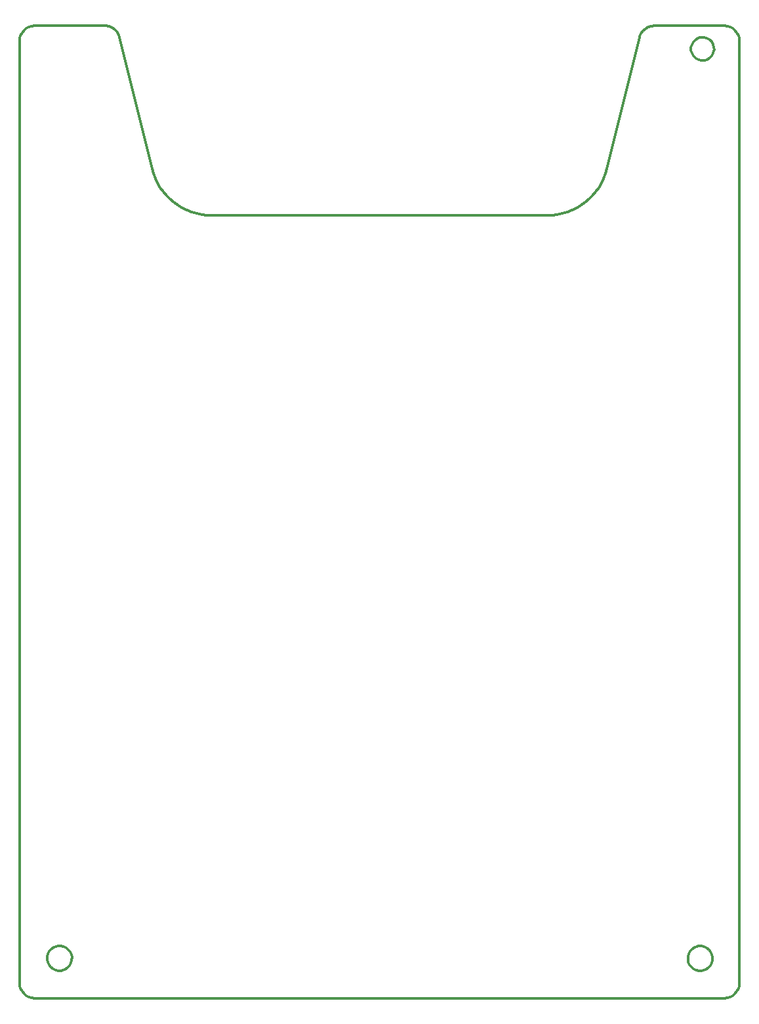
<source format=gbr>
%TF.GenerationSoftware,KiCad,Pcbnew,(6.0.7)*%
%TF.CreationDate,2024-01-18T22:55:21+09:00*%
%TF.ProjectId,pico_tracker_back,7069636f-5f74-4726-9163-6b65725f6261,rev?*%
%TF.SameCoordinates,Original*%
%TF.FileFunction,Profile,NP*%
%FSLAX46Y46*%
G04 Gerber Fmt 4.6, Leading zero omitted, Abs format (unit mm)*
G04 Created by KiCad (PCBNEW (6.0.7)) date 2024-01-18 22:55:21*
%MOMM*%
%LPD*%
G01*
G04 APERTURE LIST*
%ADD10C,0.350000*%
G04 APERTURE END LIST*
D10*
X151457637Y-57499991D02*
X151264700Y-58155849D01*
X151020193Y-58784689D01*
X150726816Y-59384401D01*
X150387269Y-59952875D01*
X150004250Y-60487999D01*
X149580459Y-60987663D01*
X149118596Y-61449757D01*
X148621360Y-61872170D01*
X148091451Y-62252792D01*
X147531569Y-62589512D01*
X146944412Y-62880219D01*
X146332681Y-63122803D01*
X145699076Y-63315153D01*
X145046295Y-63455159D01*
X144377038Y-63540710D01*
X143694005Y-63569697D01*
X82384990Y-159639244D02*
X82281912Y-160003112D01*
X82097272Y-160328191D01*
X81843900Y-160601650D01*
X81534624Y-160810661D01*
X81182274Y-160942395D01*
X81057470Y-160966917D01*
X168576035Y-41102550D02*
X168535469Y-40700151D01*
X168419126Y-40325356D01*
X168235035Y-39986192D01*
X167991224Y-39690691D01*
X167695722Y-39446879D01*
X167356559Y-39262788D01*
X166981763Y-39146445D01*
X166579365Y-39105880D01*
X165280642Y-42319912D02*
X165183994Y-42661048D01*
X165010879Y-42965815D01*
X164728314Y-43259362D01*
X164430785Y-43444062D01*
X164094879Y-43554302D01*
X164036009Y-43564592D01*
X75631579Y-41102550D02*
X75631579Y-162540551D01*
X75631579Y-162540551D02*
X75672144Y-162942949D01*
X75788487Y-163317744D01*
X75972578Y-163656908D01*
X76216390Y-163952409D01*
X76511891Y-164196221D01*
X76851055Y-164380312D01*
X77225850Y-164496655D01*
X77628249Y-164537221D01*
X143694005Y-63569697D02*
X100513631Y-63569697D01*
X163240322Y-157805789D02*
X163636323Y-157792680D01*
X164006231Y-157870365D01*
X164339263Y-158028062D01*
X164624635Y-158254987D01*
X164851564Y-158540357D01*
X165009266Y-158873390D01*
X165086959Y-159243303D01*
X165073859Y-159639313D01*
X155653739Y-40623307D02*
X151457637Y-57499991D01*
X166579365Y-39105880D02*
X157594647Y-39105880D01*
X92750000Y-57500000D02*
X88553876Y-40623304D01*
X86612969Y-39105880D02*
X77628249Y-39105880D01*
X88553876Y-40623304D02*
X88409328Y-40226222D01*
X88190529Y-39876303D01*
X87908024Y-39581789D01*
X87572359Y-39350925D01*
X87194078Y-39191956D01*
X86783727Y-39113126D01*
X86612969Y-39105880D01*
X163746233Y-160966940D02*
X163350223Y-160980040D01*
X162980310Y-160902347D01*
X162647277Y-160744644D01*
X162361906Y-160517716D01*
X162134981Y-160232344D01*
X161977284Y-159899312D01*
X161899599Y-159529403D01*
X161912708Y-159133402D01*
X77628249Y-164537221D02*
X166579365Y-164537221D01*
X80551518Y-157805773D02*
X80947503Y-157792687D01*
X81317393Y-157870383D01*
X81650407Y-158028080D01*
X81935763Y-158254998D01*
X82162681Y-158540354D01*
X82320378Y-158873368D01*
X82398075Y-159243258D01*
X82384990Y-159639244D01*
X161912708Y-159133402D02*
X162015810Y-158769535D01*
X162200472Y-158444462D01*
X162453862Y-158171013D01*
X162763153Y-157962016D01*
X163115514Y-157830302D01*
X163240322Y-157805789D01*
X163561660Y-40601031D02*
X163932912Y-40588734D01*
X164279704Y-40661556D01*
X164663395Y-40856882D01*
X164973324Y-41149669D01*
X165189746Y-41520174D01*
X165282290Y-41859267D01*
X165292243Y-42225356D01*
X165280642Y-42319912D01*
X77628249Y-39105880D02*
X77225850Y-39146445D01*
X76851055Y-39262788D01*
X76511891Y-39446879D01*
X76216390Y-39690691D01*
X75972578Y-39986192D01*
X75788487Y-40325356D01*
X75672144Y-40700151D01*
X75631579Y-41102550D01*
X81057470Y-160966917D02*
X80661432Y-160980049D01*
X80291490Y-160902371D01*
X79958429Y-160744668D01*
X79673035Y-160517727D01*
X79446093Y-160232333D01*
X79288391Y-159899272D01*
X79210712Y-159529329D01*
X79223845Y-159133292D01*
X166579365Y-164537221D02*
X166981763Y-164496655D01*
X167356559Y-164380312D01*
X167695722Y-164196221D01*
X167991224Y-163952409D01*
X168235035Y-163656908D01*
X168419126Y-163317744D01*
X168535469Y-162942949D01*
X168576035Y-162540551D01*
X164036009Y-43564592D02*
X163664747Y-43576879D01*
X163317949Y-43504047D01*
X162934257Y-43308706D01*
X162624331Y-43015907D01*
X162407917Y-42645395D01*
X162315382Y-42306301D01*
X162305440Y-41940218D01*
X162317045Y-41845665D01*
X157594647Y-39105880D02*
X157174419Y-39150346D01*
X156782045Y-39278249D01*
X156428068Y-39481345D01*
X156123033Y-39751388D01*
X155877486Y-40080135D01*
X155701973Y-40459342D01*
X155653739Y-40623307D01*
X162317045Y-41845665D02*
X162413699Y-41504543D01*
X162586815Y-41199790D01*
X162869376Y-40906256D01*
X163166897Y-40721562D01*
X163502791Y-40611321D01*
X163561660Y-40601031D01*
X79223845Y-159133292D02*
X79326968Y-158769435D01*
X79511646Y-158444376D01*
X79765048Y-158170943D01*
X80074346Y-157961968D01*
X80426710Y-157830277D01*
X80551518Y-157805773D01*
X165073859Y-159639313D02*
X164970762Y-160003187D01*
X164786101Y-160328267D01*
X164532707Y-160601721D01*
X164223411Y-160810718D01*
X163871043Y-160942429D01*
X163746233Y-160966940D01*
X100513631Y-63569697D02*
X99830598Y-63540710D01*
X99161342Y-63455159D01*
X98508561Y-63315153D01*
X97874956Y-63122803D01*
X97263225Y-62880220D01*
X96676069Y-62589513D01*
X96116187Y-62252794D01*
X95586278Y-61872173D01*
X95089043Y-61449761D01*
X94627180Y-60987668D01*
X94203389Y-60488004D01*
X93820369Y-59952881D01*
X93480821Y-59384408D01*
X93187444Y-58784697D01*
X92942937Y-58155857D01*
X92750000Y-57500000D01*
X168576035Y-162540551D02*
X168576035Y-41102550D01*
M02*

</source>
